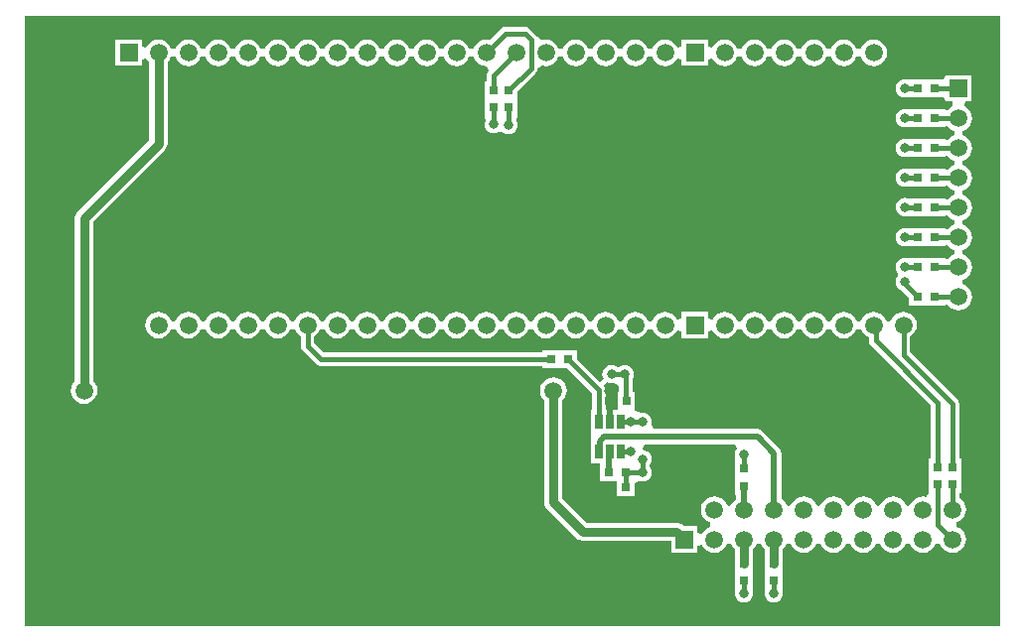
<source format=gtl>
G04*
G04 #@! TF.GenerationSoftware,Altium Limited,Altium Designer,20.0.13 (296)*
G04*
G04 Layer_Physical_Order=1*
G04 Layer_Color=255*
%FSLAX25Y25*%
%MOIN*%
G70*
G01*
G75*
%ADD10C,0.02000*%
%ADD15R,0.02500X0.05000*%
%ADD16R,0.02953X0.03150*%
%ADD17R,0.03150X0.02953*%
%ADD24C,0.01500*%
%ADD25C,0.03000*%
%ADD26C,0.05906*%
%ADD27R,0.05906X0.05906*%
%ADD28R,0.05906X0.05906*%
%ADD29C,0.03150*%
%ADD30C,0.03150*%
G36*
X542500Y225000D02*
X215000D01*
Y430000D01*
X542500D01*
Y225000D01*
D02*
G37*
%LPC*%
G36*
X383000Y426294D02*
X376500D01*
X375622Y426119D01*
X374878Y425622D01*
X371102Y421846D01*
X370000Y421991D01*
X368838Y421838D01*
X367754Y421389D01*
X366824Y420676D01*
X366110Y419746D01*
X365777Y418941D01*
X365112Y418812D01*
X364888D01*
X364223Y418941D01*
X363890Y419746D01*
X363176Y420676D01*
X362246Y421389D01*
X361162Y421838D01*
X360000Y421991D01*
X358838Y421838D01*
X357754Y421389D01*
X356824Y420676D01*
X356111Y419746D01*
X355777Y418941D01*
X355112Y418812D01*
X354888D01*
X354223Y418941D01*
X353889Y419746D01*
X353176Y420676D01*
X352246Y421389D01*
X351162Y421838D01*
X350000Y421991D01*
X348838Y421838D01*
X347754Y421389D01*
X346824Y420676D01*
X346111Y419746D01*
X345777Y418941D01*
X345112Y418812D01*
X344888D01*
X344223Y418941D01*
X343889Y419746D01*
X343176Y420676D01*
X342246Y421389D01*
X341162Y421838D01*
X340000Y421991D01*
X338838Y421838D01*
X337754Y421389D01*
X336824Y420676D01*
X336110Y419746D01*
X335777Y418941D01*
X335112Y418812D01*
X334888D01*
X334223Y418941D01*
X333890Y419746D01*
X333176Y420676D01*
X332246Y421389D01*
X331162Y421838D01*
X330000Y421991D01*
X328838Y421838D01*
X327754Y421389D01*
X326824Y420676D01*
X326111Y419746D01*
X325777Y418941D01*
X325112Y418812D01*
X324888D01*
X324223Y418941D01*
X323889Y419746D01*
X323176Y420676D01*
X322246Y421389D01*
X321162Y421838D01*
X320000Y421991D01*
X318838Y421838D01*
X317754Y421389D01*
X316824Y420676D01*
X316110Y419746D01*
X315777Y418941D01*
X315112Y418812D01*
X314888D01*
X314223Y418941D01*
X313890Y419746D01*
X313176Y420676D01*
X312246Y421389D01*
X311162Y421838D01*
X310000Y421991D01*
X308838Y421838D01*
X307754Y421389D01*
X306824Y420676D01*
X306111Y419746D01*
X305777Y418941D01*
X305112Y418812D01*
X304888D01*
X304223Y418941D01*
X303889Y419746D01*
X303176Y420676D01*
X302246Y421389D01*
X301162Y421838D01*
X300000Y421991D01*
X298838Y421838D01*
X297754Y421389D01*
X296824Y420676D01*
X296111Y419746D01*
X295777Y418941D01*
X295112Y418812D01*
X294888D01*
X294223Y418941D01*
X293889Y419746D01*
X293176Y420676D01*
X292246Y421389D01*
X291162Y421838D01*
X290000Y421991D01*
X288838Y421838D01*
X287754Y421389D01*
X286824Y420676D01*
X286110Y419746D01*
X285777Y418941D01*
X285112Y418812D01*
X284888D01*
X284223Y418941D01*
X283890Y419746D01*
X283176Y420676D01*
X282246Y421389D01*
X281162Y421838D01*
X280000Y421991D01*
X278838Y421838D01*
X277754Y421389D01*
X276824Y420676D01*
X276111Y419746D01*
X275777Y418941D01*
X275112Y418812D01*
X274888D01*
X274223Y418941D01*
X273889Y419746D01*
X273176Y420676D01*
X272246Y421389D01*
X271162Y421838D01*
X270000Y421991D01*
X268838Y421838D01*
X267754Y421389D01*
X266824Y420676D01*
X266110Y419746D01*
X265777Y418941D01*
X265112Y418812D01*
X264888D01*
X264223Y418941D01*
X263890Y419746D01*
X263176Y420676D01*
X262246Y421389D01*
X261162Y421838D01*
X260000Y421991D01*
X258838Y421838D01*
X257754Y421389D01*
X256824Y420676D01*
X256111Y419746D01*
X255953Y419365D01*
X254453Y419663D01*
Y421953D01*
X245547D01*
Y413047D01*
X254453D01*
Y415337D01*
X255953Y415635D01*
X256111Y415254D01*
X256824Y414324D01*
X256974Y414209D01*
Y388253D01*
X232860Y364140D01*
X232380Y363513D01*
X232077Y362783D01*
X231974Y362000D01*
Y307291D01*
X231824Y307176D01*
X231111Y306246D01*
X230662Y305162D01*
X230509Y304000D01*
X230662Y302838D01*
X231111Y301754D01*
X231824Y300824D01*
X232754Y300111D01*
X233838Y299662D01*
X235000Y299509D01*
X236162Y299662D01*
X237246Y300111D01*
X238176Y300824D01*
X238890Y301754D01*
X239338Y302838D01*
X239491Y304000D01*
X239338Y305162D01*
X238890Y306246D01*
X238176Y307176D01*
X238026Y307291D01*
Y360747D01*
X262140Y384860D01*
X262620Y385487D01*
X262923Y386217D01*
X263026Y387000D01*
Y414209D01*
X263176Y414324D01*
X263890Y415254D01*
X264223Y416059D01*
X264888Y416188D01*
X265112D01*
X265777Y416059D01*
X266110Y415254D01*
X266824Y414324D01*
X267754Y413611D01*
X268838Y413162D01*
X270000Y413009D01*
X271162Y413162D01*
X272246Y413611D01*
X273176Y414324D01*
X273889Y415254D01*
X274223Y416059D01*
X274888Y416188D01*
X275112D01*
X275777Y416059D01*
X276111Y415254D01*
X276824Y414324D01*
X277754Y413611D01*
X278838Y413162D01*
X280000Y413009D01*
X281162Y413162D01*
X282246Y413611D01*
X283176Y414324D01*
X283890Y415254D01*
X284223Y416059D01*
X284888Y416188D01*
X285112D01*
X285777Y416059D01*
X286110Y415254D01*
X286824Y414324D01*
X287754Y413611D01*
X288838Y413162D01*
X290000Y413009D01*
X291162Y413162D01*
X292246Y413611D01*
X293176Y414324D01*
X293889Y415254D01*
X294223Y416059D01*
X294888Y416188D01*
X295112D01*
X295777Y416059D01*
X296111Y415254D01*
X296824Y414324D01*
X297754Y413611D01*
X298838Y413162D01*
X300000Y413009D01*
X301162Y413162D01*
X302246Y413611D01*
X303176Y414324D01*
X303889Y415254D01*
X304223Y416059D01*
X304888Y416188D01*
X305112D01*
X305777Y416059D01*
X306111Y415254D01*
X306824Y414324D01*
X307754Y413611D01*
X308838Y413162D01*
X310000Y413009D01*
X311162Y413162D01*
X312246Y413611D01*
X313176Y414324D01*
X313890Y415254D01*
X314223Y416059D01*
X314888Y416188D01*
X315112D01*
X315777Y416059D01*
X316110Y415254D01*
X316824Y414324D01*
X317754Y413611D01*
X318838Y413162D01*
X320000Y413009D01*
X321162Y413162D01*
X322246Y413611D01*
X323176Y414324D01*
X323889Y415254D01*
X324223Y416059D01*
X324888Y416188D01*
X325112D01*
X325777Y416059D01*
X326111Y415254D01*
X326824Y414324D01*
X327754Y413611D01*
X328838Y413162D01*
X330000Y413009D01*
X331162Y413162D01*
X332246Y413611D01*
X333176Y414324D01*
X333890Y415254D01*
X334223Y416059D01*
X334888Y416188D01*
X335112D01*
X335777Y416059D01*
X336110Y415254D01*
X336824Y414324D01*
X337754Y413611D01*
X338838Y413162D01*
X340000Y413009D01*
X341162Y413162D01*
X342246Y413611D01*
X343176Y414324D01*
X343889Y415254D01*
X344223Y416059D01*
X344888Y416188D01*
X345112D01*
X345777Y416059D01*
X346111Y415254D01*
X346824Y414324D01*
X347754Y413611D01*
X348838Y413162D01*
X350000Y413009D01*
X351162Y413162D01*
X352246Y413611D01*
X353176Y414324D01*
X353889Y415254D01*
X354223Y416059D01*
X354888Y416188D01*
X355112D01*
X355777Y416059D01*
X356111Y415254D01*
X356824Y414324D01*
X357754Y413611D01*
X358838Y413162D01*
X360000Y413009D01*
X361162Y413162D01*
X362246Y413611D01*
X363176Y414324D01*
X363890Y415254D01*
X364223Y416059D01*
X364888Y416188D01*
X365112D01*
X365777Y416059D01*
X366110Y415254D01*
X366824Y414324D01*
X367754Y413611D01*
X368838Y413162D01*
X370000Y413009D01*
X370165Y413030D01*
X370861Y411656D01*
X370870Y411610D01*
X370380Y410878D01*
X370206Y410000D01*
Y407831D01*
X369425D01*
Y401878D01*
Y396169D01*
X369425Y396169D01*
X369656Y394669D01*
X369504Y394303D01*
X369399Y393500D01*
X369504Y392697D01*
X369814Y391949D01*
X370307Y391307D01*
X370949Y390814D01*
X371697Y390504D01*
X372500Y390399D01*
X373303Y390504D01*
X374051Y390814D01*
X375307Y391161D01*
X375949Y390669D01*
X376697Y390359D01*
X377500Y390253D01*
X378303Y390359D01*
X379051Y390669D01*
X379693Y391161D01*
X380186Y391804D01*
X380496Y392552D01*
X380601Y393354D01*
X380496Y394157D01*
X380283Y394669D01*
X380575Y396169D01*
X380575D01*
Y401878D01*
Y404586D01*
X386622Y410634D01*
X387120Y411378D01*
X387280Y412184D01*
X387308Y412264D01*
X388794Y413180D01*
X388837Y413162D01*
X390000Y413009D01*
X391162Y413162D01*
X392245Y413611D01*
X393175Y414325D01*
X393889Y415255D01*
X394222Y416059D01*
X394892Y416189D01*
X395109Y416189D01*
X395777Y416059D01*
X396111Y415254D01*
X396824Y414324D01*
X397754Y413611D01*
X398838Y413162D01*
X400000Y413009D01*
X401162Y413162D01*
X402246Y413611D01*
X403176Y414324D01*
X403890Y415254D01*
X404223Y416059D01*
X404888Y416188D01*
X405112D01*
X405777Y416059D01*
X406110Y415254D01*
X406824Y414324D01*
X407754Y413611D01*
X408838Y413162D01*
X410000Y413009D01*
X411162Y413162D01*
X412246Y413611D01*
X413176Y414324D01*
X413890Y415254D01*
X414223Y416059D01*
X414888Y416188D01*
X415112D01*
X415777Y416059D01*
X416111Y415254D01*
X416824Y414324D01*
X417754Y413611D01*
X418838Y413162D01*
X420000Y413009D01*
X421162Y413162D01*
X422246Y413611D01*
X423176Y414324D01*
X423889Y415254D01*
X424223Y416059D01*
X424888Y416188D01*
X425112D01*
X425777Y416059D01*
X426111Y415254D01*
X426824Y414324D01*
X427754Y413611D01*
X428838Y413162D01*
X430000Y413009D01*
X431162Y413162D01*
X432246Y413611D01*
X433176Y414324D01*
X433889Y415254D01*
X434047Y415635D01*
X435547Y415337D01*
Y413047D01*
X444453D01*
Y415337D01*
X445953Y415635D01*
X446110Y415254D01*
X446824Y414324D01*
X447754Y413611D01*
X448838Y413162D01*
X450000Y413009D01*
X451162Y413162D01*
X452246Y413611D01*
X453176Y414324D01*
X453890Y415254D01*
X454223Y416059D01*
X454888Y416188D01*
X455112D01*
X455777Y416059D01*
X456110Y415254D01*
X456824Y414324D01*
X457754Y413611D01*
X458838Y413162D01*
X460000Y413009D01*
X461162Y413162D01*
X462246Y413611D01*
X463176Y414324D01*
X463890Y415254D01*
X464223Y416059D01*
X464888Y416188D01*
X465112D01*
X465777Y416059D01*
X466111Y415254D01*
X466824Y414324D01*
X467754Y413611D01*
X468838Y413162D01*
X470000Y413009D01*
X471162Y413162D01*
X472246Y413611D01*
X473176Y414324D01*
X473889Y415254D01*
X474223Y416059D01*
X474888Y416188D01*
X475112D01*
X475777Y416059D01*
X476111Y415254D01*
X476824Y414324D01*
X477754Y413611D01*
X478838Y413162D01*
X480000Y413009D01*
X481162Y413162D01*
X482246Y413611D01*
X483176Y414324D01*
X483889Y415254D01*
X484223Y416059D01*
X484888Y416188D01*
X485112D01*
X485777Y416059D01*
X486110Y415254D01*
X486824Y414324D01*
X487754Y413611D01*
X488838Y413162D01*
X490000Y413009D01*
X491162Y413162D01*
X492246Y413611D01*
X493176Y414324D01*
X493890Y415254D01*
X494223Y416059D01*
X494888Y416188D01*
X495112D01*
X495777Y416059D01*
X496110Y415254D01*
X496824Y414324D01*
X497754Y413611D01*
X498838Y413162D01*
X500000Y413009D01*
X501162Y413162D01*
X502246Y413611D01*
X503176Y414324D01*
X503890Y415254D01*
X504338Y416338D01*
X504491Y417500D01*
X504338Y418662D01*
X503890Y419746D01*
X503176Y420676D01*
X502246Y421389D01*
X501162Y421838D01*
X500000Y421991D01*
X498838Y421838D01*
X497754Y421389D01*
X496824Y420676D01*
X496110Y419746D01*
X495777Y418941D01*
X495112Y418812D01*
X494888D01*
X494223Y418941D01*
X493890Y419746D01*
X493176Y420676D01*
X492246Y421389D01*
X491162Y421838D01*
X490000Y421991D01*
X488838Y421838D01*
X487754Y421389D01*
X486824Y420676D01*
X486110Y419746D01*
X485777Y418941D01*
X485112Y418812D01*
X484888D01*
X484223Y418941D01*
X483889Y419746D01*
X483176Y420676D01*
X482246Y421389D01*
X481162Y421838D01*
X480000Y421991D01*
X478838Y421838D01*
X477754Y421389D01*
X476824Y420676D01*
X476111Y419746D01*
X475777Y418941D01*
X475112Y418812D01*
X474888D01*
X474223Y418941D01*
X473889Y419746D01*
X473176Y420676D01*
X472246Y421389D01*
X471162Y421838D01*
X470000Y421991D01*
X468838Y421838D01*
X467754Y421389D01*
X466824Y420676D01*
X466111Y419746D01*
X465777Y418941D01*
X465112Y418812D01*
X464888D01*
X464223Y418941D01*
X463890Y419746D01*
X463176Y420676D01*
X462246Y421389D01*
X461162Y421838D01*
X460000Y421991D01*
X458838Y421838D01*
X457754Y421389D01*
X456824Y420676D01*
X456110Y419746D01*
X455777Y418941D01*
X455112Y418812D01*
X454888D01*
X454223Y418941D01*
X453890Y419746D01*
X453176Y420676D01*
X452246Y421389D01*
X451162Y421838D01*
X450000Y421991D01*
X448838Y421838D01*
X447754Y421389D01*
X446824Y420676D01*
X446110Y419746D01*
X445953Y419365D01*
X444453Y419663D01*
Y421953D01*
X435547D01*
Y419663D01*
X434047Y419365D01*
X433889Y419746D01*
X433176Y420676D01*
X432246Y421389D01*
X431162Y421838D01*
X430000Y421991D01*
X428838Y421838D01*
X427754Y421389D01*
X426824Y420676D01*
X426111Y419746D01*
X425777Y418941D01*
X425112Y418812D01*
X424888D01*
X424223Y418941D01*
X423889Y419746D01*
X423176Y420676D01*
X422246Y421389D01*
X421162Y421838D01*
X420000Y421991D01*
X418838Y421838D01*
X417754Y421389D01*
X416824Y420676D01*
X416111Y419746D01*
X415777Y418941D01*
X415112Y418812D01*
X414888D01*
X414223Y418941D01*
X413890Y419746D01*
X413176Y420676D01*
X412246Y421389D01*
X411162Y421838D01*
X410000Y421991D01*
X408838Y421838D01*
X407754Y421389D01*
X406824Y420676D01*
X406110Y419746D01*
X405777Y418941D01*
X405112Y418812D01*
X404888D01*
X404223Y418941D01*
X403890Y419746D01*
X403176Y420676D01*
X402246Y421389D01*
X401162Y421838D01*
X400000Y421991D01*
X398838Y421838D01*
X397754Y421389D01*
X396824Y420676D01*
X396111Y419746D01*
X395777Y418941D01*
X395108Y418812D01*
X394890Y418812D01*
X394222Y418941D01*
X393889Y419746D01*
X393175Y420676D01*
X392245Y421390D01*
X391162Y421839D01*
X390000Y421991D01*
X388837Y421839D01*
X388794Y421821D01*
X388525Y421853D01*
X387146Y422742D01*
X387120Y422878D01*
X386622Y423622D01*
X384622Y425622D01*
X383878Y426119D01*
X383000Y426294D01*
D02*
G37*
G36*
X532953Y409953D02*
X524047D01*
Y409838D01*
X523476Y408575D01*
X511815D01*
X511815Y408575D01*
X510500Y408601D01*
X510316Y408577D01*
X509697Y408496D01*
X508949Y408186D01*
X508307Y407693D01*
X507814Y407051D01*
X507504Y406303D01*
X507399Y405500D01*
X507504Y404697D01*
X507814Y403949D01*
X508307Y403307D01*
X508949Y402814D01*
X509697Y402504D01*
X510500Y402399D01*
X511815Y402425D01*
X511815Y402425D01*
X523476D01*
X524047Y401162D01*
Y401047D01*
X526337D01*
X526635Y399547D01*
X526254Y399390D01*
X525324Y398676D01*
X524976Y398222D01*
X523476Y398575D01*
Y398575D01*
X511815D01*
X511815Y398575D01*
X510500Y398601D01*
X510316Y398577D01*
X509697Y398496D01*
X508949Y398186D01*
X508307Y397693D01*
X507814Y397051D01*
X507504Y396303D01*
X507399Y395500D01*
X507504Y394697D01*
X507814Y393949D01*
X508307Y393307D01*
X508949Y392814D01*
X509697Y392504D01*
X510500Y392399D01*
X511815Y392425D01*
X511815Y392425D01*
X523476D01*
Y392425D01*
X524976Y392778D01*
X525324Y392324D01*
X526254Y391611D01*
X527059Y391277D01*
X527188Y390612D01*
Y390388D01*
X527059Y389723D01*
X526254Y389389D01*
X525324Y388676D01*
X524976Y388222D01*
X523476Y388575D01*
Y388575D01*
X511815D01*
X511815Y388575D01*
X510500Y388601D01*
X510316Y388577D01*
X509697Y388496D01*
X508949Y388186D01*
X508307Y387693D01*
X507814Y387051D01*
X507504Y386303D01*
X507399Y385500D01*
X507504Y384697D01*
X507814Y383949D01*
X508307Y383307D01*
X508949Y382814D01*
X509697Y382504D01*
X510500Y382399D01*
X511815Y382425D01*
X511815Y382425D01*
X523476D01*
Y382425D01*
X524976Y382778D01*
X525324Y382324D01*
X526254Y381610D01*
X527059Y381277D01*
X527188Y380612D01*
Y380388D01*
X527059Y379723D01*
X526254Y379390D01*
X525324Y378676D01*
X524976Y378222D01*
X523476Y378575D01*
Y378575D01*
X511815D01*
X511815Y378575D01*
X510500Y378601D01*
X510316Y378577D01*
X509697Y378496D01*
X508949Y378186D01*
X508307Y377693D01*
X507814Y377051D01*
X507504Y376303D01*
X507399Y375500D01*
X507504Y374697D01*
X507814Y373949D01*
X508307Y373307D01*
X508949Y372814D01*
X509697Y372504D01*
X510500Y372399D01*
X511815Y372425D01*
X511815Y372425D01*
X523476D01*
Y372425D01*
X524976Y372778D01*
X525324Y372324D01*
X526254Y371610D01*
X527059Y371277D01*
X527188Y370612D01*
Y370388D01*
X527059Y369723D01*
X526254Y369390D01*
X525324Y368676D01*
X524976Y368222D01*
X523476Y368575D01*
Y368575D01*
X511815D01*
X511815Y368575D01*
X511470Y368633D01*
X511350Y368683D01*
X510547Y368789D01*
X510547Y368789D01*
X510395Y368769D01*
X509744Y368683D01*
X508996Y368373D01*
X508354Y367880D01*
X507861Y367238D01*
X507551Y366490D01*
X507446Y365687D01*
X507551Y364884D01*
X507861Y364137D01*
X508354Y363494D01*
X508996Y363001D01*
X509744Y362692D01*
X510328Y362615D01*
X510390Y362607D01*
X510392Y362606D01*
X510547Y362586D01*
X511815Y362425D01*
Y362425D01*
X523476D01*
Y362425D01*
X524976Y362778D01*
X525324Y362324D01*
X526254Y361611D01*
X527059Y361277D01*
X527188Y360612D01*
Y360388D01*
X527059Y359723D01*
X526254Y359389D01*
X525324Y358676D01*
X524976Y358222D01*
X523476Y358575D01*
Y358575D01*
X511815D01*
X511815Y358575D01*
X510500Y358601D01*
X510316Y358577D01*
X509697Y358496D01*
X508949Y358186D01*
X508307Y357693D01*
X507814Y357051D01*
X507504Y356303D01*
X507399Y355500D01*
X507504Y354697D01*
X507814Y353949D01*
X508307Y353307D01*
X508949Y352814D01*
X509697Y352504D01*
X510500Y352399D01*
X511815Y352425D01*
X511815Y352425D01*
X523476D01*
Y352425D01*
X524976Y352778D01*
X525324Y352324D01*
X526254Y351610D01*
X527059Y351277D01*
X527188Y350612D01*
Y350388D01*
X527059Y349723D01*
X526254Y349390D01*
X525324Y348676D01*
X524976Y348222D01*
X523476Y348575D01*
Y348575D01*
X511815D01*
X511815Y348575D01*
X510500Y348601D01*
X510316Y348577D01*
X509697Y348496D01*
X508949Y348186D01*
X508307Y347693D01*
X507814Y347051D01*
X507504Y346303D01*
X507399Y345500D01*
X507504Y344697D01*
X507814Y343949D01*
X508307Y343307D01*
Y342693D01*
X507814Y342051D01*
X507504Y341303D01*
X507399Y340500D01*
X507504Y339697D01*
X507814Y338949D01*
X508307Y338307D01*
X508949Y337814D01*
X509433Y337614D01*
X511815Y335232D01*
Y332425D01*
X523476D01*
Y332425D01*
X524976Y332778D01*
X525324Y332324D01*
X526254Y331610D01*
X527338Y331162D01*
X528500Y331009D01*
X529662Y331162D01*
X530746Y331610D01*
X531676Y332324D01*
X532389Y333254D01*
X532838Y334338D01*
X532991Y335500D01*
X532838Y336662D01*
X532389Y337746D01*
X531676Y338676D01*
X530746Y339389D01*
X529941Y339723D01*
X529812Y340388D01*
Y340612D01*
X529941Y341277D01*
X530746Y341611D01*
X531676Y342324D01*
X532389Y343254D01*
X532838Y344338D01*
X532991Y345500D01*
X532838Y346662D01*
X532389Y347746D01*
X531676Y348676D01*
X530746Y349390D01*
X529941Y349723D01*
X529812Y350388D01*
Y350612D01*
X529941Y351277D01*
X530746Y351610D01*
X531676Y352324D01*
X532389Y353254D01*
X532838Y354338D01*
X532991Y355500D01*
X532838Y356662D01*
X532389Y357746D01*
X531676Y358676D01*
X530746Y359389D01*
X529941Y359723D01*
X529812Y360388D01*
Y360612D01*
X529941Y361277D01*
X530746Y361611D01*
X531676Y362324D01*
X532389Y363254D01*
X532838Y364338D01*
X532991Y365500D01*
X532838Y366662D01*
X532389Y367746D01*
X531676Y368676D01*
X530746Y369390D01*
X529941Y369723D01*
X529812Y370388D01*
Y370612D01*
X529941Y371277D01*
X530746Y371610D01*
X531676Y372324D01*
X532389Y373254D01*
X532838Y374338D01*
X532991Y375500D01*
X532838Y376662D01*
X532389Y377746D01*
X531676Y378676D01*
X530746Y379390D01*
X529941Y379723D01*
X529812Y380388D01*
Y380612D01*
X529941Y381277D01*
X530746Y381610D01*
X531676Y382324D01*
X532389Y383254D01*
X532838Y384338D01*
X532991Y385500D01*
X532838Y386662D01*
X532389Y387746D01*
X531676Y388676D01*
X530746Y389389D01*
X529941Y389723D01*
X529812Y390388D01*
Y390612D01*
X529941Y391277D01*
X530746Y391611D01*
X531676Y392324D01*
X532389Y393254D01*
X532838Y394338D01*
X532991Y395500D01*
X532838Y396662D01*
X532389Y397746D01*
X531676Y398676D01*
X530746Y399390D01*
X530365Y399547D01*
X530663Y401047D01*
X532953D01*
Y409953D01*
D02*
G37*
G36*
X390000Y330491D02*
X388837Y330339D01*
X387754Y329890D01*
X386824Y329176D01*
X386110Y328246D01*
X385777Y327442D01*
X385116Y327313D01*
X384885Y327313D01*
X384222Y327442D01*
X383890Y328246D01*
X383176Y329176D01*
X382246Y329889D01*
X381162Y330338D01*
X380000Y330491D01*
X378838Y330338D01*
X377754Y329889D01*
X376824Y329176D01*
X376111Y328246D01*
X375777Y327441D01*
X375112Y327312D01*
X374888D01*
X374223Y327441D01*
X373889Y328246D01*
X373176Y329176D01*
X372246Y329889D01*
X371162Y330338D01*
X370000Y330491D01*
X368838Y330338D01*
X367754Y329889D01*
X366824Y329176D01*
X366110Y328246D01*
X365777Y327441D01*
X365112Y327312D01*
X364888D01*
X364223Y327441D01*
X363890Y328246D01*
X363176Y329176D01*
X362246Y329889D01*
X361162Y330338D01*
X360000Y330491D01*
X358838Y330338D01*
X357754Y329889D01*
X356824Y329176D01*
X356111Y328246D01*
X355777Y327441D01*
X355112Y327312D01*
X354888D01*
X354223Y327441D01*
X353889Y328246D01*
X353176Y329176D01*
X352246Y329889D01*
X351162Y330338D01*
X350000Y330491D01*
X348838Y330338D01*
X347754Y329889D01*
X346824Y329176D01*
X346111Y328246D01*
X345777Y327441D01*
X345112Y327312D01*
X344888D01*
X344223Y327441D01*
X343889Y328246D01*
X343176Y329176D01*
X342246Y329889D01*
X341162Y330338D01*
X340000Y330491D01*
X338838Y330338D01*
X337754Y329889D01*
X336824Y329176D01*
X336110Y328246D01*
X335777Y327441D01*
X335112Y327312D01*
X334888D01*
X334223Y327441D01*
X333890Y328246D01*
X333176Y329176D01*
X332246Y329889D01*
X331162Y330338D01*
X330000Y330491D01*
X328838Y330338D01*
X327754Y329889D01*
X326824Y329176D01*
X326111Y328246D01*
X325777Y327441D01*
X325112Y327312D01*
X324888D01*
X324223Y327441D01*
X323889Y328246D01*
X323176Y329176D01*
X322246Y329889D01*
X321162Y330338D01*
X320000Y330491D01*
X318838Y330338D01*
X317754Y329889D01*
X316824Y329176D01*
X316110Y328246D01*
X315777Y327441D01*
X315112Y327312D01*
X314888D01*
X314223Y327441D01*
X313890Y328246D01*
X313176Y329176D01*
X312246Y329889D01*
X311162Y330338D01*
X310000Y330491D01*
X308838Y330338D01*
X307754Y329889D01*
X306824Y329176D01*
X306111Y328246D01*
X305777Y327441D01*
X305112Y327312D01*
X304888D01*
X304223Y327441D01*
X303889Y328246D01*
X303176Y329176D01*
X302246Y329889D01*
X301162Y330338D01*
X300000Y330491D01*
X298838Y330338D01*
X297754Y329889D01*
X296824Y329176D01*
X296111Y328246D01*
X295777Y327441D01*
X295112Y327312D01*
X294888D01*
X294223Y327441D01*
X293889Y328246D01*
X293176Y329176D01*
X292246Y329889D01*
X291162Y330338D01*
X290000Y330491D01*
X288838Y330338D01*
X287754Y329889D01*
X286824Y329176D01*
X286110Y328246D01*
X285777Y327441D01*
X285112Y327312D01*
X284888D01*
X284223Y327441D01*
X283890Y328246D01*
X283176Y329176D01*
X282246Y329889D01*
X281162Y330338D01*
X280000Y330491D01*
X278838Y330338D01*
X277754Y329889D01*
X276824Y329176D01*
X276111Y328246D01*
X275777Y327441D01*
X275112Y327312D01*
X274888D01*
X274223Y327441D01*
X273889Y328246D01*
X273176Y329176D01*
X272246Y329889D01*
X271162Y330338D01*
X270000Y330491D01*
X268838Y330338D01*
X267754Y329889D01*
X266824Y329176D01*
X266110Y328246D01*
X265777Y327441D01*
X265112Y327312D01*
X264888D01*
X264223Y327441D01*
X263890Y328246D01*
X263176Y329176D01*
X262246Y329889D01*
X261162Y330338D01*
X260000Y330491D01*
X258838Y330338D01*
X257754Y329889D01*
X256824Y329176D01*
X256111Y328246D01*
X255662Y327162D01*
X255509Y326000D01*
X255662Y324838D01*
X256111Y323754D01*
X256824Y322824D01*
X257754Y322111D01*
X258838Y321662D01*
X260000Y321509D01*
X261162Y321662D01*
X262246Y322111D01*
X263176Y322824D01*
X263890Y323754D01*
X264223Y324559D01*
X264888Y324688D01*
X265112D01*
X265777Y324559D01*
X266110Y323754D01*
X266824Y322824D01*
X267754Y322111D01*
X268838Y321662D01*
X270000Y321509D01*
X271162Y321662D01*
X272246Y322111D01*
X273176Y322824D01*
X273889Y323754D01*
X274223Y324559D01*
X274888Y324688D01*
X275112D01*
X275777Y324559D01*
X276111Y323754D01*
X276824Y322824D01*
X277754Y322111D01*
X278838Y321662D01*
X280000Y321509D01*
X281162Y321662D01*
X282246Y322111D01*
X283176Y322824D01*
X283890Y323754D01*
X284223Y324559D01*
X284888Y324688D01*
X285112D01*
X285777Y324559D01*
X286110Y323754D01*
X286824Y322824D01*
X287754Y322111D01*
X288838Y321662D01*
X290000Y321509D01*
X291162Y321662D01*
X292246Y322111D01*
X293176Y322824D01*
X293889Y323754D01*
X294223Y324559D01*
X294888Y324688D01*
X295112D01*
X295777Y324559D01*
X296111Y323754D01*
X296824Y322824D01*
X297754Y322111D01*
X298838Y321662D01*
X300000Y321509D01*
X301162Y321662D01*
X302246Y322111D01*
X303176Y322824D01*
X303889Y323754D01*
X304223Y324559D01*
X304888Y324688D01*
X305112D01*
X305777Y324559D01*
X306111Y323754D01*
X306824Y322824D01*
X307706Y322148D01*
Y319000D01*
X307880Y318122D01*
X308378Y317378D01*
X312878Y312878D01*
X313622Y312381D01*
X314500Y312206D01*
X388815D01*
Y311425D01*
X397232D01*
X405456Y303201D01*
Y297500D01*
X405000D01*
Y289500D01*
X405000D01*
X405221Y289000D01*
X405000Y287500D01*
X405000D01*
Y279500D01*
X408169D01*
Y273425D01*
X413878D01*
Y268425D01*
X419831D01*
Y272782D01*
X420315Y273229D01*
X421040Y273611D01*
X421331Y273656D01*
X421697Y273504D01*
X422500Y273399D01*
X423303Y273504D01*
X424051Y273814D01*
X424693Y274307D01*
X425186Y274949D01*
X425496Y275697D01*
X425601Y276500D01*
X425496Y277303D01*
X425186Y278051D01*
X424794Y278561D01*
Y278939D01*
X425186Y279449D01*
X425496Y280197D01*
X425601Y281000D01*
X425496Y281803D01*
X425186Y282551D01*
X424693Y283193D01*
X424051Y283686D01*
X423303Y283996D01*
X422920Y284046D01*
X422624Y284451D01*
X423290Y285817D01*
X423477Y285951D01*
X453482D01*
X453878Y285347D01*
X454121Y284451D01*
X453814Y284051D01*
X453504Y283303D01*
X453399Y282500D01*
X453440Y282185D01*
X453425Y280685D01*
X453425D01*
Y274732D01*
Y269024D01*
X453698D01*
X453778Y267524D01*
X453324Y267176D01*
X452610Y266246D01*
X452277Y265441D01*
X451612Y265312D01*
X451388D01*
X450723Y265441D01*
X450389Y266246D01*
X449676Y267176D01*
X448746Y267889D01*
X447662Y268338D01*
X446500Y268491D01*
X445338Y268338D01*
X444254Y267889D01*
X443324Y267176D01*
X442611Y266246D01*
X442162Y265162D01*
X442009Y264000D01*
X442162Y262838D01*
X442611Y261754D01*
X443324Y260824D01*
X444254Y260110D01*
X445059Y259777D01*
X445188Y259112D01*
Y258888D01*
X445059Y258223D01*
X444254Y257890D01*
X443324Y257176D01*
X442611Y256246D01*
X442453Y255865D01*
X440953Y256163D01*
Y258453D01*
X436327D01*
X435994Y258785D01*
X435367Y259266D01*
X434637Y259568D01*
X433854Y259671D01*
X403608D01*
X395526Y267753D01*
Y300709D01*
X395676Y300824D01*
X396390Y301754D01*
X396838Y302838D01*
X396991Y304000D01*
X396838Y305162D01*
X396390Y306246D01*
X395676Y307176D01*
X394746Y307890D01*
X393662Y308338D01*
X392500Y308491D01*
X391338Y308338D01*
X390254Y307890D01*
X389324Y307176D01*
X388611Y306246D01*
X388162Y305162D01*
X388009Y304000D01*
X388162Y302838D01*
X388611Y301754D01*
X389324Y300824D01*
X389474Y300709D01*
Y266500D01*
X389577Y265717D01*
X389879Y264987D01*
X390360Y264360D01*
X400215Y254506D01*
X400841Y254025D01*
X401571Y253723D01*
X402354Y253620D01*
X432047D01*
Y249547D01*
X440953D01*
Y251837D01*
X442453Y252135D01*
X442611Y251754D01*
X443324Y250824D01*
X444254Y250111D01*
X445338Y249662D01*
X446500Y249509D01*
X447662Y249662D01*
X448746Y250111D01*
X449676Y250824D01*
X450389Y251754D01*
X450723Y252559D01*
X451388Y252688D01*
X451612D01*
X452277Y252559D01*
X452610Y251754D01*
X453324Y250824D01*
X453474Y250709D01*
Y248976D01*
X453425D01*
Y243024D01*
Y237315D01*
X453425Y237315D01*
X453399Y236000D01*
X453423Y235816D01*
X453504Y235197D01*
X453814Y234449D01*
X454307Y233807D01*
X454949Y233314D01*
X455697Y233004D01*
X456500Y232899D01*
X457303Y233004D01*
X458051Y233314D01*
X458693Y233807D01*
X459186Y234449D01*
X459496Y235197D01*
X459601Y236000D01*
X459575Y237315D01*
X459575Y237315D01*
Y243024D01*
Y248976D01*
X459526D01*
Y250709D01*
X459676Y250824D01*
X460390Y251754D01*
X460723Y252559D01*
X461388Y252688D01*
X461612D01*
X462277Y252559D01*
X462610Y251754D01*
X463324Y250824D01*
X463474Y250709D01*
Y248976D01*
X463425D01*
Y243024D01*
Y237315D01*
X463425Y237315D01*
X463399Y236000D01*
X463423Y235816D01*
X463504Y235197D01*
X463814Y234449D01*
X464307Y233807D01*
X464949Y233314D01*
X465697Y233004D01*
X466500Y232899D01*
X467303Y233004D01*
X468051Y233314D01*
X468693Y233807D01*
X469186Y234449D01*
X469496Y235197D01*
X469601Y236000D01*
X469575Y237315D01*
X469575Y237315D01*
Y243024D01*
Y248976D01*
X469526D01*
Y250709D01*
X469676Y250824D01*
X470390Y251754D01*
X470723Y252559D01*
X471388Y252688D01*
X471612D01*
X472277Y252559D01*
X472611Y251754D01*
X473324Y250824D01*
X474254Y250111D01*
X475338Y249662D01*
X476500Y249509D01*
X477662Y249662D01*
X478746Y250111D01*
X479676Y250824D01*
X480389Y251754D01*
X480723Y252559D01*
X481388Y252688D01*
X481612D01*
X482277Y252559D01*
X482611Y251754D01*
X483324Y250824D01*
X484254Y250111D01*
X485338Y249662D01*
X486500Y249509D01*
X487662Y249662D01*
X488746Y250111D01*
X489676Y250824D01*
X490389Y251754D01*
X490723Y252559D01*
X491388Y252688D01*
X491612D01*
X492277Y252559D01*
X492611Y251754D01*
X493324Y250824D01*
X494254Y250111D01*
X495338Y249662D01*
X496500Y249509D01*
X497662Y249662D01*
X498746Y250111D01*
X499676Y250824D01*
X500389Y251754D01*
X500723Y252559D01*
X501388Y252688D01*
X501612D01*
X502277Y252559D01*
X502610Y251754D01*
X503324Y250824D01*
X504254Y250111D01*
X505338Y249662D01*
X506500Y249509D01*
X507662Y249662D01*
X508746Y250111D01*
X509676Y250824D01*
X510390Y251754D01*
X510723Y252559D01*
X511388Y252688D01*
X511612D01*
X512277Y252559D01*
X512610Y251754D01*
X513324Y250824D01*
X514254Y250111D01*
X515338Y249662D01*
X516500Y249509D01*
X517662Y249662D01*
X518746Y250111D01*
X519676Y250824D01*
X520390Y251754D01*
X520723Y252559D01*
X521388Y252688D01*
X521612D01*
X522277Y252559D01*
X522611Y251754D01*
X523324Y250824D01*
X524254Y250111D01*
X525338Y249662D01*
X526500Y249509D01*
X527662Y249662D01*
X528746Y250111D01*
X529676Y250824D01*
X530389Y251754D01*
X530838Y252838D01*
X530991Y254000D01*
X530838Y255162D01*
X530389Y256246D01*
X529676Y257176D01*
X528746Y257890D01*
X527941Y258223D01*
X527812Y258888D01*
Y259112D01*
X527941Y259777D01*
X528746Y260110D01*
X529676Y260824D01*
X530389Y261754D01*
X530838Y262838D01*
X530991Y264000D01*
X530838Y265162D01*
X530389Y266246D01*
X529676Y267176D01*
X528794Y267852D01*
Y269524D01*
X529575D01*
Y275232D01*
Y281185D01*
X528794D01*
Y299500D01*
X528619Y300378D01*
X528122Y301122D01*
X512294Y316950D01*
Y322148D01*
X513176Y322824D01*
X513890Y323754D01*
X514338Y324838D01*
X514491Y326000D01*
X514338Y327162D01*
X513890Y328246D01*
X513176Y329176D01*
X512246Y329889D01*
X511162Y330338D01*
X510000Y330491D01*
X508838Y330338D01*
X507754Y329889D01*
X506824Y329176D01*
X506110Y328246D01*
X505777Y327441D01*
X505112Y327312D01*
X504888D01*
X504223Y327441D01*
X503890Y328246D01*
X503176Y329176D01*
X502246Y329889D01*
X501162Y330338D01*
X500000Y330491D01*
X498838Y330338D01*
X497754Y329889D01*
X496824Y329176D01*
X496110Y328246D01*
X495777Y327441D01*
X495112Y327312D01*
X494888D01*
X494223Y327441D01*
X493890Y328246D01*
X493176Y329176D01*
X492246Y329889D01*
X491162Y330338D01*
X490000Y330491D01*
X488838Y330338D01*
X487754Y329889D01*
X486824Y329176D01*
X486110Y328246D01*
X485777Y327441D01*
X485112Y327312D01*
X484888D01*
X484223Y327441D01*
X483889Y328246D01*
X483176Y329176D01*
X482246Y329889D01*
X481162Y330338D01*
X480000Y330491D01*
X478838Y330338D01*
X477754Y329889D01*
X476824Y329176D01*
X476111Y328246D01*
X475777Y327441D01*
X475112Y327312D01*
X474888D01*
X474223Y327441D01*
X473889Y328246D01*
X473176Y329176D01*
X472246Y329889D01*
X471162Y330338D01*
X470000Y330491D01*
X468838Y330338D01*
X467754Y329889D01*
X466824Y329176D01*
X466111Y328246D01*
X465777Y327441D01*
X465112Y327312D01*
X464888D01*
X464223Y327441D01*
X463890Y328246D01*
X463176Y329176D01*
X462246Y329889D01*
X461162Y330338D01*
X460000Y330491D01*
X458838Y330338D01*
X457754Y329889D01*
X456824Y329176D01*
X456110Y328246D01*
X455777Y327441D01*
X455112Y327312D01*
X454888D01*
X454223Y327441D01*
X453890Y328246D01*
X453176Y329176D01*
X452246Y329889D01*
X451162Y330338D01*
X450000Y330491D01*
X448838Y330338D01*
X447754Y329889D01*
X446824Y329176D01*
X446110Y328246D01*
X445953Y327865D01*
X444453Y328163D01*
Y330453D01*
X435547D01*
Y328163D01*
X434047Y327865D01*
X433889Y328246D01*
X433176Y329176D01*
X432246Y329889D01*
X431162Y330338D01*
X430000Y330491D01*
X428838Y330338D01*
X427754Y329889D01*
X426824Y329176D01*
X426111Y328246D01*
X425777Y327441D01*
X425112Y327312D01*
X424888D01*
X424223Y327441D01*
X423889Y328246D01*
X423176Y329176D01*
X422246Y329889D01*
X421162Y330338D01*
X420000Y330491D01*
X418838Y330338D01*
X417754Y329889D01*
X416824Y329176D01*
X416111Y328246D01*
X415777Y327441D01*
X415112Y327312D01*
X414888D01*
X414223Y327441D01*
X413890Y328246D01*
X413176Y329176D01*
X412246Y329889D01*
X411162Y330338D01*
X410000Y330491D01*
X408838Y330338D01*
X407754Y329889D01*
X406824Y329176D01*
X406110Y328246D01*
X405777Y327441D01*
X405112Y327312D01*
X404888D01*
X404223Y327441D01*
X403890Y328246D01*
X403176Y329176D01*
X402246Y329889D01*
X401162Y330338D01*
X400000Y330491D01*
X398838Y330338D01*
X397754Y329889D01*
X396824Y329176D01*
X396111Y328246D01*
X395777Y327441D01*
X395108Y327312D01*
X394890Y327312D01*
X394222Y327441D01*
X393889Y328246D01*
X393175Y329176D01*
X392245Y329890D01*
X391162Y330339D01*
X390000Y330491D01*
D02*
G37*
%LPD*%
G36*
X395109Y324689D02*
X395777Y324559D01*
X396111Y323754D01*
X396824Y322824D01*
X397754Y322111D01*
X398838Y321662D01*
X400000Y321509D01*
X401162Y321662D01*
X402246Y322111D01*
X403176Y322824D01*
X403890Y323754D01*
X404223Y324559D01*
X404888Y324688D01*
X405112D01*
X405777Y324559D01*
X406110Y323754D01*
X406824Y322824D01*
X407754Y322111D01*
X408838Y321662D01*
X410000Y321509D01*
X411162Y321662D01*
X412246Y322111D01*
X413176Y322824D01*
X413890Y323754D01*
X414223Y324559D01*
X414888Y324688D01*
X415112D01*
X415777Y324559D01*
X416111Y323754D01*
X416824Y322824D01*
X417754Y322111D01*
X418838Y321662D01*
X420000Y321509D01*
X421162Y321662D01*
X422246Y322111D01*
X423176Y322824D01*
X423889Y323754D01*
X424223Y324559D01*
X424888Y324688D01*
X425112D01*
X425777Y324559D01*
X426111Y323754D01*
X426824Y322824D01*
X427754Y322111D01*
X428838Y321662D01*
X430000Y321509D01*
X431162Y321662D01*
X432246Y322111D01*
X433176Y322824D01*
X433889Y323754D01*
X434047Y324135D01*
X435547Y323837D01*
Y321547D01*
X444453D01*
Y323837D01*
X445953Y324135D01*
X446110Y323754D01*
X446824Y322824D01*
X447754Y322111D01*
X448838Y321662D01*
X450000Y321509D01*
X451162Y321662D01*
X452246Y322111D01*
X453176Y322824D01*
X453890Y323754D01*
X454223Y324559D01*
X454888Y324688D01*
X455112D01*
X455777Y324559D01*
X456110Y323754D01*
X456824Y322824D01*
X457754Y322111D01*
X458838Y321662D01*
X460000Y321509D01*
X461162Y321662D01*
X462246Y322111D01*
X463176Y322824D01*
X463890Y323754D01*
X464223Y324559D01*
X464888Y324688D01*
X465112D01*
X465777Y324559D01*
X466111Y323754D01*
X466824Y322824D01*
X467754Y322111D01*
X468838Y321662D01*
X470000Y321509D01*
X471162Y321662D01*
X472246Y322111D01*
X473176Y322824D01*
X473889Y323754D01*
X474223Y324559D01*
X474888Y324688D01*
X475112D01*
X475777Y324559D01*
X476111Y323754D01*
X476824Y322824D01*
X477754Y322111D01*
X478838Y321662D01*
X480000Y321509D01*
X481162Y321662D01*
X482246Y322111D01*
X483176Y322824D01*
X483889Y323754D01*
X484223Y324559D01*
X484888Y324688D01*
X485112D01*
X485777Y324559D01*
X486110Y323754D01*
X486824Y322824D01*
X487754Y322111D01*
X488838Y321662D01*
X490000Y321509D01*
X491162Y321662D01*
X492246Y322111D01*
X493176Y322824D01*
X493890Y323754D01*
X494223Y324559D01*
X494888Y324688D01*
X495112D01*
X495777Y324559D01*
X496110Y323754D01*
X496824Y322824D01*
X497754Y322111D01*
X498409Y321839D01*
Y320797D01*
X498583Y319919D01*
X499081Y319175D01*
X519206Y299050D01*
Y281331D01*
X518425D01*
Y275378D01*
Y269669D01*
X517842Y268411D01*
X517706Y268320D01*
X517662Y268338D01*
X516500Y268491D01*
X515338Y268338D01*
X514254Y267889D01*
X513324Y267176D01*
X512610Y266246D01*
X512277Y265441D01*
X511612Y265312D01*
X511388D01*
X510723Y265441D01*
X510390Y266246D01*
X509676Y267176D01*
X508746Y267889D01*
X507662Y268338D01*
X506500Y268491D01*
X505338Y268338D01*
X504254Y267889D01*
X503324Y267176D01*
X502610Y266246D01*
X502277Y265441D01*
X501612Y265312D01*
X501388D01*
X500723Y265441D01*
X500389Y266246D01*
X499676Y267176D01*
X498746Y267889D01*
X497662Y268338D01*
X496500Y268491D01*
X495338Y268338D01*
X494254Y267889D01*
X493324Y267176D01*
X492611Y266246D01*
X492277Y265441D01*
X491612Y265312D01*
X491388D01*
X490723Y265441D01*
X490389Y266246D01*
X489676Y267176D01*
X488746Y267889D01*
X487662Y268338D01*
X486500Y268491D01*
X485338Y268338D01*
X484254Y267889D01*
X483324Y267176D01*
X482611Y266246D01*
X482277Y265441D01*
X481612Y265312D01*
X481388D01*
X480723Y265441D01*
X480389Y266246D01*
X479676Y267176D01*
X478746Y267889D01*
X477662Y268338D01*
X476500Y268491D01*
X475338Y268338D01*
X474254Y267889D01*
X473324Y267176D01*
X472611Y266246D01*
X472277Y265441D01*
X471612Y265312D01*
X471388D01*
X470723Y265441D01*
X470390Y266246D01*
X469676Y267176D01*
X469049Y267657D01*
Y283000D01*
X468855Y283976D01*
X468302Y284802D01*
X462802Y290302D01*
X461975Y290855D01*
X461000Y291049D01*
X426379D01*
X426153Y291220D01*
X425434Y292549D01*
X425496Y292697D01*
X425601Y293500D01*
X425496Y294303D01*
X425186Y295051D01*
X424693Y295693D01*
X424051Y296186D01*
X423303Y296496D01*
X422500Y296601D01*
X421697Y296496D01*
X421685Y296491D01*
X420145Y297159D01*
X419992Y297342D01*
X419976Y297425D01*
X419976Y297425D01*
Y303575D01*
X419044D01*
Y307765D01*
X419186Y307949D01*
X419496Y308697D01*
X419601Y309500D01*
X419496Y310303D01*
X419186Y311051D01*
X418693Y311693D01*
X418051Y312186D01*
X417303Y312496D01*
X416500Y312601D01*
X415697Y312496D01*
X414949Y312186D01*
X414439Y311794D01*
X414061D01*
X413551Y312186D01*
X412803Y312496D01*
X412000Y312601D01*
X411197Y312496D01*
X410449Y312186D01*
X409807Y311693D01*
X409314Y311051D01*
X409004Y310303D01*
X408899Y309500D01*
X409004Y308697D01*
X409314Y307949D01*
X408172Y306974D01*
X400476Y314669D01*
Y317575D01*
X388815D01*
Y316794D01*
X315450D01*
X312294Y319950D01*
Y322148D01*
X313176Y322824D01*
X313890Y323754D01*
X314223Y324559D01*
X314888Y324688D01*
X315112D01*
X315777Y324559D01*
X316110Y323754D01*
X316824Y322824D01*
X317754Y322111D01*
X318838Y321662D01*
X320000Y321509D01*
X321162Y321662D01*
X322246Y322111D01*
X323176Y322824D01*
X323889Y323754D01*
X324223Y324559D01*
X324888Y324688D01*
X325112D01*
X325777Y324559D01*
X326111Y323754D01*
X326824Y322824D01*
X327754Y322111D01*
X328838Y321662D01*
X330000Y321509D01*
X331162Y321662D01*
X332246Y322111D01*
X333176Y322824D01*
X333890Y323754D01*
X334223Y324559D01*
X334888Y324688D01*
X335112D01*
X335777Y324559D01*
X336110Y323754D01*
X336824Y322824D01*
X337754Y322111D01*
X338838Y321662D01*
X340000Y321509D01*
X341162Y321662D01*
X342246Y322111D01*
X343176Y322824D01*
X343889Y323754D01*
X344223Y324559D01*
X344888Y324688D01*
X345112D01*
X345777Y324559D01*
X346111Y323754D01*
X346824Y322824D01*
X347754Y322111D01*
X348838Y321662D01*
X350000Y321509D01*
X351162Y321662D01*
X352246Y322111D01*
X353176Y322824D01*
X353889Y323754D01*
X354223Y324559D01*
X354888Y324688D01*
X355112D01*
X355777Y324559D01*
X356111Y323754D01*
X356824Y322824D01*
X357754Y322111D01*
X358838Y321662D01*
X360000Y321509D01*
X361162Y321662D01*
X362246Y322111D01*
X363176Y322824D01*
X363890Y323754D01*
X364223Y324559D01*
X364888Y324688D01*
X365112D01*
X365777Y324559D01*
X366110Y323754D01*
X366824Y322824D01*
X367754Y322111D01*
X368838Y321662D01*
X370000Y321509D01*
X371162Y321662D01*
X372246Y322111D01*
X373176Y322824D01*
X373889Y323754D01*
X374223Y324559D01*
X374888Y324688D01*
X375112D01*
X375777Y324559D01*
X376111Y323754D01*
X376824Y322824D01*
X377754Y322111D01*
X378838Y321662D01*
X380000Y321509D01*
X381162Y321662D01*
X382246Y322111D01*
X383176Y322824D01*
X383890Y323754D01*
X384223Y324559D01*
X384884Y324687D01*
X385114Y324687D01*
X385777Y324559D01*
X386110Y323755D01*
X386824Y322825D01*
X387754Y322111D01*
X388837Y321662D01*
X390000Y321509D01*
X391162Y321662D01*
X392245Y322111D01*
X393175Y322825D01*
X393889Y323755D01*
X394222Y324559D01*
X394892Y324689D01*
X395109Y324689D01*
D02*
G37*
G36*
X410449Y306814D02*
X411197Y306504D01*
X412000Y306399D01*
X412803Y306504D01*
X412956Y306568D01*
X414279Y305855D01*
X414456Y305622D01*
Y303575D01*
X414024D01*
Y297500D01*
X412500D01*
Y291049D01*
X410500D01*
Y297500D01*
X410044D01*
Y304152D01*
X409869Y305030D01*
X409372Y305774D01*
X410437Y306823D01*
X410449Y306814D01*
D02*
G37*
D10*
X456500Y264000D02*
Y272000D01*
X466500Y264000D02*
Y283000D01*
X461000Y288500D02*
X466500Y283000D01*
X409500Y288500D02*
X461000D01*
X408000Y287000D02*
X409500Y288500D01*
X407750Y283500D02*
X408000Y283750D01*
Y287000D01*
X411298Y283348D02*
X411450Y283500D01*
X411298Y276652D02*
Y283348D01*
X411146Y276500D02*
X411298Y276652D01*
D15*
X415250Y283500D02*
D03*
X411450D02*
D03*
Y293500D02*
D03*
X415250D02*
D03*
X407750D02*
D03*
Y283500D02*
D03*
D16*
X411291Y300500D02*
D03*
X417000D02*
D03*
X397500Y314500D02*
D03*
X391791D02*
D03*
X416854Y276500D02*
D03*
X411146D02*
D03*
Y271500D02*
D03*
X416854D02*
D03*
X514791Y405500D02*
D03*
X520500D02*
D03*
Y395500D02*
D03*
X514791D02*
D03*
Y385500D02*
D03*
X520500D02*
D03*
Y375500D02*
D03*
X514791D02*
D03*
Y365500D02*
D03*
X520500D02*
D03*
Y355500D02*
D03*
X514791D02*
D03*
Y345500D02*
D03*
X520500D02*
D03*
Y335500D02*
D03*
X514791D02*
D03*
D17*
X526500Y278209D02*
D03*
Y272500D02*
D03*
X521500Y272646D02*
D03*
Y278354D02*
D03*
X377500Y399146D02*
D03*
Y404854D02*
D03*
X372500Y399146D02*
D03*
Y404854D02*
D03*
X456500Y277709D02*
D03*
Y272000D02*
D03*
X466500Y246000D02*
D03*
Y240291D02*
D03*
X456500Y246000D02*
D03*
Y240291D02*
D03*
X427500Y262354D02*
D03*
Y256646D02*
D03*
X422500Y262354D02*
D03*
Y256646D02*
D03*
X417500Y262354D02*
D03*
Y256646D02*
D03*
X412500Y262354D02*
D03*
Y256646D02*
D03*
D24*
X411291Y300500D02*
Y303750D01*
X416750Y300750D02*
X417000Y300500D01*
X416750Y300750D02*
Y309250D01*
X416500Y309500D02*
X416750Y309250D01*
X412000Y309500D02*
X416500D01*
X418500Y283500D02*
X418500Y283500D01*
X415250Y283500D02*
X418500D01*
X520500Y385500D02*
X528500D01*
X466500Y236000D02*
Y240291D01*
X456500Y236000D02*
Y240291D01*
Y277709D02*
Y282500D01*
X370000Y417500D02*
X376500Y424000D01*
X383000D01*
X385000Y422000D01*
Y412256D02*
Y422000D01*
X377500Y404854D02*
X377598D01*
X385000Y412256D01*
X372500Y404854D02*
Y410000D01*
X380000Y417500D01*
X377500Y393354D02*
Y399146D01*
X372500Y393500D02*
Y399146D01*
X422500Y276500D02*
Y281000D01*
X416854Y271500D02*
Y276500D01*
X422500D01*
X418500Y293500D02*
X422500D01*
X415250D02*
X418500D01*
X415250Y293500D02*
X415250Y293500D01*
X411371Y293579D02*
X411450Y293500D01*
X411371Y293579D02*
Y300421D01*
X411291Y300500D02*
X411371Y300421D01*
X397500Y314402D02*
Y314500D01*
Y314402D02*
X407750Y304152D01*
Y293500D02*
Y304152D01*
X310000Y319000D02*
Y326000D01*
Y319000D02*
X314500Y314500D01*
X391791D01*
X510547Y365687D02*
X514838D01*
X510500Y339791D02*
Y340500D01*
Y339791D02*
X514791Y335500D01*
X510500Y405500D02*
X514791D01*
X510500Y395500D02*
X514791D01*
X510500Y385500D02*
X514791D01*
X510500Y375500D02*
X514791D01*
X510500Y355500D02*
X514791D01*
X510500Y345500D02*
X514791D01*
X520500Y405500D02*
X528500D01*
X520500Y395500D02*
X528500D01*
X520500Y375500D02*
X528500D01*
X520500Y365500D02*
X528500D01*
X520500Y355500D02*
X528500D01*
X520500Y345500D02*
X528500D01*
X520500Y335500D02*
X528500D01*
X526500Y278209D02*
Y299500D01*
X510000Y316000D02*
X526500Y299500D01*
X510000Y316000D02*
Y326000D01*
X500000D02*
X500703Y325297D01*
Y320797D02*
Y325297D01*
Y320797D02*
X521500Y300000D01*
Y278354D02*
Y300000D01*
X526500Y264000D02*
Y272500D01*
X521500Y259000D02*
Y272646D01*
Y259000D02*
X526500Y254000D01*
D25*
X392500Y266500D02*
Y304000D01*
Y266500D02*
X402354Y256646D01*
X412500D01*
X427500D02*
X433854D01*
X422500D02*
X427500D01*
X417500D02*
X422500D01*
X412500D02*
X417500D01*
X433854D02*
X436500Y254000D01*
X466500Y246000D02*
Y254000D01*
X456500Y246000D02*
Y254000D01*
X235000Y304000D02*
Y362000D01*
X260000Y387000D01*
Y417500D01*
D26*
X392500Y235000D02*
D03*
X450000Y417500D02*
D03*
X460000D02*
D03*
X470000D02*
D03*
X480000D02*
D03*
X490000D02*
D03*
X500000D02*
D03*
X510000D02*
D03*
X260000D02*
D03*
X280000D02*
D03*
X290000D02*
D03*
X300000D02*
D03*
X310000D02*
D03*
X320000D02*
D03*
X330000D02*
D03*
X340000D02*
D03*
X270000D02*
D03*
X350000D02*
D03*
X360000D02*
D03*
X370000D02*
D03*
X380000D02*
D03*
X390000Y417500D02*
D03*
X400000Y417500D02*
D03*
X410000D02*
D03*
X420000D02*
D03*
X430000D02*
D03*
X528500Y335500D02*
D03*
Y345500D02*
D03*
Y355500D02*
D03*
Y365500D02*
D03*
Y375500D02*
D03*
Y385500D02*
D03*
Y395500D02*
D03*
X392500Y304000D02*
D03*
X235000Y235000D02*
D03*
Y304000D02*
D03*
X486500Y264000D02*
D03*
Y254000D02*
D03*
X466500Y264000D02*
D03*
Y254000D02*
D03*
X436500Y264000D02*
D03*
X446500Y254000D02*
D03*
Y264000D02*
D03*
X456500Y254000D02*
D03*
Y264000D02*
D03*
X476500D02*
D03*
Y254000D02*
D03*
X496500D02*
D03*
Y264000D02*
D03*
X506500Y254000D02*
D03*
X516500D02*
D03*
X526500D02*
D03*
Y264000D02*
D03*
X516500D02*
D03*
X506500D02*
D03*
X430000Y326000D02*
D03*
X420000D02*
D03*
X410000D02*
D03*
X400000D02*
D03*
X390000Y326000D02*
D03*
X380000Y326000D02*
D03*
X370000D02*
D03*
X360000D02*
D03*
X350000D02*
D03*
X270000D02*
D03*
X340000D02*
D03*
X330000D02*
D03*
X320000D02*
D03*
X310000D02*
D03*
X300000D02*
D03*
X290000D02*
D03*
X280000D02*
D03*
X260000D02*
D03*
X510000D02*
D03*
X500000D02*
D03*
X490000D02*
D03*
X480000D02*
D03*
X470000D02*
D03*
X460000D02*
D03*
X450000D02*
D03*
D27*
X440000Y417500D02*
D03*
X250000D02*
D03*
X436500Y254000D02*
D03*
X250000Y326000D02*
D03*
X440000D02*
D03*
D28*
X528500Y405500D02*
D03*
D29*
X387000Y319000D02*
D03*
X380000D02*
D03*
X373000D02*
D03*
X366000D02*
D03*
X359000D02*
D03*
X352000D02*
D03*
X345000D02*
D03*
X338000D02*
D03*
X317000D02*
D03*
X331000D02*
D03*
X324000D02*
D03*
X411291Y303750D02*
D03*
X416500Y309500D02*
D03*
X412000D02*
D03*
X418500Y283500D02*
D03*
X466500Y236000D02*
D03*
X456500D02*
D03*
Y282500D02*
D03*
X377500Y393354D02*
D03*
X372500Y393500D02*
D03*
X422500Y281000D02*
D03*
Y276500D02*
D03*
Y293500D02*
D03*
X418500D02*
D03*
X510500Y340500D02*
D03*
Y405500D02*
D03*
Y395500D02*
D03*
Y385500D02*
D03*
Y375500D02*
D03*
X510547Y365687D02*
D03*
X510500Y355500D02*
D03*
Y345500D02*
D03*
D30*
X536000Y424000D02*
D03*
X540000Y416000D02*
D03*
X536000Y408000D02*
D03*
X540000Y400000D02*
D03*
Y384000D02*
D03*
Y368000D02*
D03*
Y352000D02*
D03*
Y336000D02*
D03*
Y320000D02*
D03*
Y304000D02*
D03*
Y288000D02*
D03*
Y272000D02*
D03*
Y256000D02*
D03*
Y240000D02*
D03*
X536000Y232000D02*
D03*
X528000Y424000D02*
D03*
X532000Y416000D02*
D03*
Y240000D02*
D03*
X528000Y232000D02*
D03*
X520000Y424000D02*
D03*
X524000Y416000D02*
D03*
Y240000D02*
D03*
X520000Y232000D02*
D03*
X512000Y424000D02*
D03*
X516000Y416000D02*
D03*
Y240000D02*
D03*
X512000Y232000D02*
D03*
X504000Y424000D02*
D03*
Y408000D02*
D03*
X508000Y400000D02*
D03*
Y240000D02*
D03*
X504000Y232000D02*
D03*
X496000Y424000D02*
D03*
Y408000D02*
D03*
X500000Y400000D02*
D03*
X496000Y392000D02*
D03*
X500000Y240000D02*
D03*
X496000Y232000D02*
D03*
X488000Y424000D02*
D03*
Y408000D02*
D03*
X492000Y400000D02*
D03*
X488000Y392000D02*
D03*
X492000Y384000D02*
D03*
X488000Y376000D02*
D03*
X492000Y368000D02*
D03*
X488000Y360000D02*
D03*
X492000Y352000D02*
D03*
X488000Y344000D02*
D03*
X492000Y336000D02*
D03*
Y240000D02*
D03*
X488000Y232000D02*
D03*
X480000Y424000D02*
D03*
Y408000D02*
D03*
X484000Y400000D02*
D03*
X480000Y392000D02*
D03*
X484000Y384000D02*
D03*
X480000Y376000D02*
D03*
X484000Y368000D02*
D03*
X480000Y360000D02*
D03*
X484000Y352000D02*
D03*
X480000Y344000D02*
D03*
X484000Y336000D02*
D03*
Y240000D02*
D03*
X480000Y232000D02*
D03*
X472000Y424000D02*
D03*
Y408000D02*
D03*
X476000Y400000D02*
D03*
X472000Y392000D02*
D03*
X476000Y384000D02*
D03*
X472000Y376000D02*
D03*
X476000Y368000D02*
D03*
X472000Y360000D02*
D03*
X476000Y352000D02*
D03*
X472000Y344000D02*
D03*
X476000Y336000D02*
D03*
X472000Y248000D02*
D03*
X476000Y240000D02*
D03*
X472000Y232000D02*
D03*
X464000Y424000D02*
D03*
Y408000D02*
D03*
X468000Y400000D02*
D03*
X464000Y392000D02*
D03*
X468000Y384000D02*
D03*
X464000Y376000D02*
D03*
X468000Y368000D02*
D03*
X464000Y360000D02*
D03*
X468000Y352000D02*
D03*
X464000Y344000D02*
D03*
X468000Y336000D02*
D03*
X464000Y232000D02*
D03*
X456000Y424000D02*
D03*
Y408000D02*
D03*
X460000Y400000D02*
D03*
X456000Y392000D02*
D03*
X460000Y384000D02*
D03*
X456000Y376000D02*
D03*
X460000Y368000D02*
D03*
X456000Y360000D02*
D03*
X460000Y352000D02*
D03*
X456000Y344000D02*
D03*
X460000Y336000D02*
D03*
X448000Y424000D02*
D03*
Y408000D02*
D03*
X452000Y400000D02*
D03*
X448000Y392000D02*
D03*
X452000Y384000D02*
D03*
X448000Y376000D02*
D03*
X452000Y368000D02*
D03*
X448000Y360000D02*
D03*
X452000Y352000D02*
D03*
X448000Y344000D02*
D03*
X452000Y336000D02*
D03*
X448000Y248000D02*
D03*
Y232000D02*
D03*
X440000Y424000D02*
D03*
Y408000D02*
D03*
X444000Y400000D02*
D03*
X440000Y392000D02*
D03*
X444000Y384000D02*
D03*
X440000Y376000D02*
D03*
X444000Y368000D02*
D03*
X440000Y360000D02*
D03*
X444000Y352000D02*
D03*
X440000Y344000D02*
D03*
X444000Y336000D02*
D03*
Y240000D02*
D03*
X440000Y232000D02*
D03*
X432000Y424000D02*
D03*
Y408000D02*
D03*
X436000Y400000D02*
D03*
X432000Y392000D02*
D03*
X436000Y384000D02*
D03*
X432000Y376000D02*
D03*
X436000Y368000D02*
D03*
X432000Y360000D02*
D03*
X436000Y352000D02*
D03*
X432000Y344000D02*
D03*
X436000Y336000D02*
D03*
X432000Y280000D02*
D03*
X436000Y272000D02*
D03*
Y240000D02*
D03*
X432000Y232000D02*
D03*
X424000Y424000D02*
D03*
Y408000D02*
D03*
X428000Y400000D02*
D03*
X424000Y392000D02*
D03*
X428000Y384000D02*
D03*
X424000Y376000D02*
D03*
X428000Y368000D02*
D03*
X424000Y360000D02*
D03*
X428000Y352000D02*
D03*
Y272000D02*
D03*
X424000Y248000D02*
D03*
X428000Y240000D02*
D03*
X424000Y232000D02*
D03*
X416000Y424000D02*
D03*
Y408000D02*
D03*
X420000Y400000D02*
D03*
X416000Y392000D02*
D03*
X420000Y384000D02*
D03*
X416000Y376000D02*
D03*
X420000Y368000D02*
D03*
X416000Y360000D02*
D03*
X420000Y352000D02*
D03*
X416000Y248000D02*
D03*
X420000Y240000D02*
D03*
X416000Y232000D02*
D03*
X408000Y424000D02*
D03*
Y408000D02*
D03*
X412000Y400000D02*
D03*
X408000Y392000D02*
D03*
X412000Y384000D02*
D03*
X408000Y376000D02*
D03*
X412000Y368000D02*
D03*
X408000Y344000D02*
D03*
X412000Y336000D02*
D03*
X408000Y264000D02*
D03*
Y248000D02*
D03*
X412000Y240000D02*
D03*
X408000Y232000D02*
D03*
X400000Y424000D02*
D03*
Y408000D02*
D03*
X404000Y400000D02*
D03*
X400000Y392000D02*
D03*
X404000Y384000D02*
D03*
X400000Y376000D02*
D03*
X404000Y368000D02*
D03*
X400000Y344000D02*
D03*
Y296000D02*
D03*
Y280000D02*
D03*
X404000Y272000D02*
D03*
X400000Y248000D02*
D03*
X404000Y240000D02*
D03*
X400000Y232000D02*
D03*
X392000Y424000D02*
D03*
Y408000D02*
D03*
X396000Y400000D02*
D03*
X392000Y392000D02*
D03*
X396000Y384000D02*
D03*
X392000Y360000D02*
D03*
X396000Y352000D02*
D03*
Y256000D02*
D03*
X392000Y248000D02*
D03*
X396000Y240000D02*
D03*
X388000Y400000D02*
D03*
X384000Y392000D02*
D03*
X388000Y384000D02*
D03*
X384000Y360000D02*
D03*
Y344000D02*
D03*
X388000Y336000D02*
D03*
X384000Y296000D02*
D03*
Y280000D02*
D03*
Y264000D02*
D03*
X388000Y256000D02*
D03*
X384000Y248000D02*
D03*
X388000Y240000D02*
D03*
X384000Y232000D02*
D03*
X376000Y376000D02*
D03*
X380000Y368000D02*
D03*
X376000Y344000D02*
D03*
X380000Y336000D02*
D03*
Y304000D02*
D03*
X376000Y296000D02*
D03*
X380000Y288000D02*
D03*
X376000Y280000D02*
D03*
X380000Y272000D02*
D03*
X376000Y264000D02*
D03*
X380000Y256000D02*
D03*
X376000Y248000D02*
D03*
X380000Y240000D02*
D03*
X376000Y232000D02*
D03*
X368000Y424000D02*
D03*
Y392000D02*
D03*
Y376000D02*
D03*
Y360000D02*
D03*
X372000Y352000D02*
D03*
X368000Y344000D02*
D03*
X372000Y336000D02*
D03*
Y304000D02*
D03*
X368000Y296000D02*
D03*
X372000Y288000D02*
D03*
X368000Y280000D02*
D03*
X372000Y272000D02*
D03*
X368000Y264000D02*
D03*
X372000Y256000D02*
D03*
X368000Y248000D02*
D03*
X372000Y240000D02*
D03*
X368000Y232000D02*
D03*
X360000Y424000D02*
D03*
Y408000D02*
D03*
X364000Y400000D02*
D03*
X360000Y392000D02*
D03*
X364000Y384000D02*
D03*
X360000Y360000D02*
D03*
X364000Y352000D02*
D03*
X360000Y344000D02*
D03*
X364000Y336000D02*
D03*
Y304000D02*
D03*
X360000Y296000D02*
D03*
X364000Y288000D02*
D03*
X360000Y280000D02*
D03*
X364000Y272000D02*
D03*
X360000Y264000D02*
D03*
X364000Y256000D02*
D03*
X360000Y248000D02*
D03*
X364000Y240000D02*
D03*
X360000Y232000D02*
D03*
X352000Y424000D02*
D03*
Y408000D02*
D03*
X356000Y400000D02*
D03*
X352000Y392000D02*
D03*
Y376000D02*
D03*
X356000Y368000D02*
D03*
X352000Y360000D02*
D03*
X356000Y352000D02*
D03*
X352000Y344000D02*
D03*
X356000Y336000D02*
D03*
Y304000D02*
D03*
X352000Y296000D02*
D03*
X356000Y288000D02*
D03*
X352000Y280000D02*
D03*
X356000Y272000D02*
D03*
X352000Y264000D02*
D03*
X356000Y256000D02*
D03*
X352000Y248000D02*
D03*
X356000Y240000D02*
D03*
X352000Y232000D02*
D03*
X344000Y424000D02*
D03*
Y408000D02*
D03*
X348000Y400000D02*
D03*
X344000Y376000D02*
D03*
X348000Y368000D02*
D03*
X344000Y360000D02*
D03*
X348000Y352000D02*
D03*
X344000Y344000D02*
D03*
X348000Y336000D02*
D03*
Y304000D02*
D03*
X344000Y296000D02*
D03*
X348000Y288000D02*
D03*
X344000Y280000D02*
D03*
X348000Y272000D02*
D03*
X344000Y264000D02*
D03*
X348000Y256000D02*
D03*
X344000Y248000D02*
D03*
X348000Y240000D02*
D03*
X344000Y232000D02*
D03*
X336000Y424000D02*
D03*
Y408000D02*
D03*
Y392000D02*
D03*
X340000Y384000D02*
D03*
X336000Y376000D02*
D03*
X340000Y368000D02*
D03*
X336000Y360000D02*
D03*
X340000Y352000D02*
D03*
X336000Y344000D02*
D03*
X340000Y336000D02*
D03*
Y304000D02*
D03*
X336000Y296000D02*
D03*
X340000Y288000D02*
D03*
X336000Y280000D02*
D03*
X340000Y272000D02*
D03*
X336000Y264000D02*
D03*
X340000Y256000D02*
D03*
X336000Y248000D02*
D03*
X340000Y240000D02*
D03*
X336000Y232000D02*
D03*
X328000Y424000D02*
D03*
Y408000D02*
D03*
Y392000D02*
D03*
X332000Y384000D02*
D03*
X328000Y376000D02*
D03*
X332000Y368000D02*
D03*
X328000Y360000D02*
D03*
X332000Y352000D02*
D03*
X328000Y344000D02*
D03*
X332000Y336000D02*
D03*
Y304000D02*
D03*
X328000Y296000D02*
D03*
X332000Y288000D02*
D03*
X328000Y280000D02*
D03*
X332000Y272000D02*
D03*
X328000Y264000D02*
D03*
X332000Y256000D02*
D03*
X328000Y248000D02*
D03*
X332000Y240000D02*
D03*
X328000Y232000D02*
D03*
X320000Y424000D02*
D03*
Y408000D02*
D03*
X324000Y400000D02*
D03*
X320000Y392000D02*
D03*
X324000Y384000D02*
D03*
X320000Y376000D02*
D03*
X324000Y368000D02*
D03*
X320000Y360000D02*
D03*
X324000Y352000D02*
D03*
X320000Y344000D02*
D03*
X324000Y336000D02*
D03*
Y304000D02*
D03*
X320000Y296000D02*
D03*
X324000Y288000D02*
D03*
X320000Y280000D02*
D03*
X324000Y272000D02*
D03*
X320000Y264000D02*
D03*
X324000Y256000D02*
D03*
X320000Y248000D02*
D03*
X324000Y240000D02*
D03*
X320000Y232000D02*
D03*
X312000Y424000D02*
D03*
Y408000D02*
D03*
X316000Y400000D02*
D03*
X312000Y392000D02*
D03*
X316000Y384000D02*
D03*
X312000Y376000D02*
D03*
X316000Y368000D02*
D03*
X312000Y360000D02*
D03*
X316000Y352000D02*
D03*
X312000Y344000D02*
D03*
X316000Y336000D02*
D03*
Y304000D02*
D03*
X312000Y296000D02*
D03*
X316000Y288000D02*
D03*
X312000Y280000D02*
D03*
X316000Y272000D02*
D03*
X312000Y264000D02*
D03*
X316000Y256000D02*
D03*
X312000Y248000D02*
D03*
X316000Y240000D02*
D03*
X312000Y232000D02*
D03*
X304000Y424000D02*
D03*
Y408000D02*
D03*
X308000Y400000D02*
D03*
X304000Y392000D02*
D03*
X308000Y384000D02*
D03*
X304000Y376000D02*
D03*
X308000Y368000D02*
D03*
X304000Y360000D02*
D03*
X308000Y352000D02*
D03*
X304000Y344000D02*
D03*
X308000Y336000D02*
D03*
X304000Y312000D02*
D03*
X308000Y304000D02*
D03*
X304000Y296000D02*
D03*
X308000Y288000D02*
D03*
X304000Y280000D02*
D03*
X308000Y272000D02*
D03*
X304000Y264000D02*
D03*
X308000Y256000D02*
D03*
X304000Y248000D02*
D03*
X308000Y240000D02*
D03*
X304000Y232000D02*
D03*
X296000Y424000D02*
D03*
Y408000D02*
D03*
X300000Y400000D02*
D03*
X296000Y392000D02*
D03*
X300000Y384000D02*
D03*
X296000Y376000D02*
D03*
X300000Y368000D02*
D03*
X296000Y360000D02*
D03*
X300000Y352000D02*
D03*
X296000Y344000D02*
D03*
X300000Y336000D02*
D03*
X296000Y312000D02*
D03*
X300000Y304000D02*
D03*
X296000Y296000D02*
D03*
X300000Y288000D02*
D03*
X296000Y280000D02*
D03*
X300000Y272000D02*
D03*
X296000Y264000D02*
D03*
X300000Y256000D02*
D03*
X296000Y248000D02*
D03*
X300000Y240000D02*
D03*
X296000Y232000D02*
D03*
X288000Y424000D02*
D03*
Y408000D02*
D03*
X292000Y400000D02*
D03*
X288000Y392000D02*
D03*
X292000Y384000D02*
D03*
X288000Y376000D02*
D03*
X292000Y368000D02*
D03*
X288000Y360000D02*
D03*
X292000Y352000D02*
D03*
X288000Y344000D02*
D03*
X292000Y336000D02*
D03*
Y320000D02*
D03*
X288000Y312000D02*
D03*
X292000Y304000D02*
D03*
X288000Y296000D02*
D03*
X292000Y288000D02*
D03*
X288000Y280000D02*
D03*
X292000Y272000D02*
D03*
X288000Y264000D02*
D03*
X292000Y256000D02*
D03*
X288000Y248000D02*
D03*
X292000Y240000D02*
D03*
X288000Y232000D02*
D03*
X280000Y424000D02*
D03*
Y408000D02*
D03*
X284000Y400000D02*
D03*
X280000Y392000D02*
D03*
X284000Y384000D02*
D03*
X280000Y376000D02*
D03*
X284000Y368000D02*
D03*
X280000Y360000D02*
D03*
X284000Y352000D02*
D03*
X280000Y344000D02*
D03*
X284000Y336000D02*
D03*
Y320000D02*
D03*
X280000Y312000D02*
D03*
X284000Y304000D02*
D03*
X280000Y296000D02*
D03*
X284000Y288000D02*
D03*
X280000Y280000D02*
D03*
X284000Y272000D02*
D03*
X280000Y264000D02*
D03*
X284000Y256000D02*
D03*
X280000Y248000D02*
D03*
X284000Y240000D02*
D03*
X280000Y232000D02*
D03*
X272000Y424000D02*
D03*
Y408000D02*
D03*
X276000Y400000D02*
D03*
X272000Y392000D02*
D03*
X276000Y384000D02*
D03*
X272000Y376000D02*
D03*
X276000Y368000D02*
D03*
X272000Y360000D02*
D03*
X276000Y352000D02*
D03*
X272000Y344000D02*
D03*
X276000Y336000D02*
D03*
Y320000D02*
D03*
X272000Y312000D02*
D03*
X276000Y304000D02*
D03*
X272000Y296000D02*
D03*
X276000Y288000D02*
D03*
X272000Y280000D02*
D03*
X276000Y272000D02*
D03*
X272000Y264000D02*
D03*
X276000Y256000D02*
D03*
X272000Y248000D02*
D03*
X276000Y240000D02*
D03*
X272000Y232000D02*
D03*
X264000Y424000D02*
D03*
X268000Y400000D02*
D03*
Y384000D02*
D03*
X264000Y376000D02*
D03*
X268000Y368000D02*
D03*
X264000Y360000D02*
D03*
X268000Y352000D02*
D03*
X264000Y344000D02*
D03*
X268000Y336000D02*
D03*
Y320000D02*
D03*
X264000Y312000D02*
D03*
X268000Y304000D02*
D03*
X264000Y296000D02*
D03*
X268000Y288000D02*
D03*
X264000Y280000D02*
D03*
X268000Y272000D02*
D03*
X264000Y264000D02*
D03*
X268000Y256000D02*
D03*
X264000Y248000D02*
D03*
X268000Y240000D02*
D03*
X264000Y232000D02*
D03*
X256000Y424000D02*
D03*
Y376000D02*
D03*
X260000Y368000D02*
D03*
X256000Y360000D02*
D03*
X260000Y352000D02*
D03*
X256000Y344000D02*
D03*
X260000Y336000D02*
D03*
X256000Y312000D02*
D03*
X260000Y304000D02*
D03*
X256000Y296000D02*
D03*
X260000Y288000D02*
D03*
X256000Y280000D02*
D03*
X260000Y272000D02*
D03*
X256000Y264000D02*
D03*
X260000Y256000D02*
D03*
X256000Y248000D02*
D03*
X260000Y240000D02*
D03*
X256000Y232000D02*
D03*
X248000Y424000D02*
D03*
Y408000D02*
D03*
X252000Y400000D02*
D03*
X248000Y392000D02*
D03*
X252000Y368000D02*
D03*
X248000Y360000D02*
D03*
X252000Y352000D02*
D03*
X248000Y344000D02*
D03*
X252000Y336000D02*
D03*
Y320000D02*
D03*
X248000Y312000D02*
D03*
X252000Y304000D02*
D03*
X248000Y296000D02*
D03*
X252000Y288000D02*
D03*
X248000Y280000D02*
D03*
X252000Y272000D02*
D03*
X248000Y264000D02*
D03*
X252000Y256000D02*
D03*
X248000Y248000D02*
D03*
X252000Y240000D02*
D03*
X248000Y232000D02*
D03*
X240000Y424000D02*
D03*
Y408000D02*
D03*
X244000Y400000D02*
D03*
X240000Y392000D02*
D03*
X244000Y384000D02*
D03*
X240000Y376000D02*
D03*
Y360000D02*
D03*
X244000Y352000D02*
D03*
X240000Y344000D02*
D03*
X244000Y336000D02*
D03*
X240000Y328000D02*
D03*
X244000Y320000D02*
D03*
X240000Y312000D02*
D03*
X244000Y304000D02*
D03*
X240000Y296000D02*
D03*
X244000Y288000D02*
D03*
X240000Y280000D02*
D03*
X244000Y272000D02*
D03*
X240000Y264000D02*
D03*
X244000Y256000D02*
D03*
X240000Y248000D02*
D03*
X244000Y240000D02*
D03*
X240000Y232000D02*
D03*
X232000Y424000D02*
D03*
X236000Y416000D02*
D03*
X232000Y408000D02*
D03*
X236000Y400000D02*
D03*
X232000Y392000D02*
D03*
X236000Y384000D02*
D03*
X232000Y376000D02*
D03*
Y296000D02*
D03*
X236000Y288000D02*
D03*
X232000Y280000D02*
D03*
X236000Y272000D02*
D03*
X232000Y264000D02*
D03*
X236000Y256000D02*
D03*
X232000Y248000D02*
D03*
X236000Y240000D02*
D03*
X224000Y424000D02*
D03*
X228000Y416000D02*
D03*
X224000Y408000D02*
D03*
X228000Y400000D02*
D03*
X224000Y392000D02*
D03*
X228000Y384000D02*
D03*
X224000Y376000D02*
D03*
X228000Y368000D02*
D03*
X224000Y360000D02*
D03*
X228000Y352000D02*
D03*
X224000Y344000D02*
D03*
X228000Y336000D02*
D03*
X224000Y328000D02*
D03*
X228000Y320000D02*
D03*
X224000Y312000D02*
D03*
X228000Y304000D02*
D03*
X224000Y296000D02*
D03*
X228000Y288000D02*
D03*
X224000Y280000D02*
D03*
X228000Y272000D02*
D03*
X224000Y264000D02*
D03*
X228000Y256000D02*
D03*
X224000Y248000D02*
D03*
X228000Y240000D02*
D03*
X224000Y232000D02*
D03*
M02*

</source>
